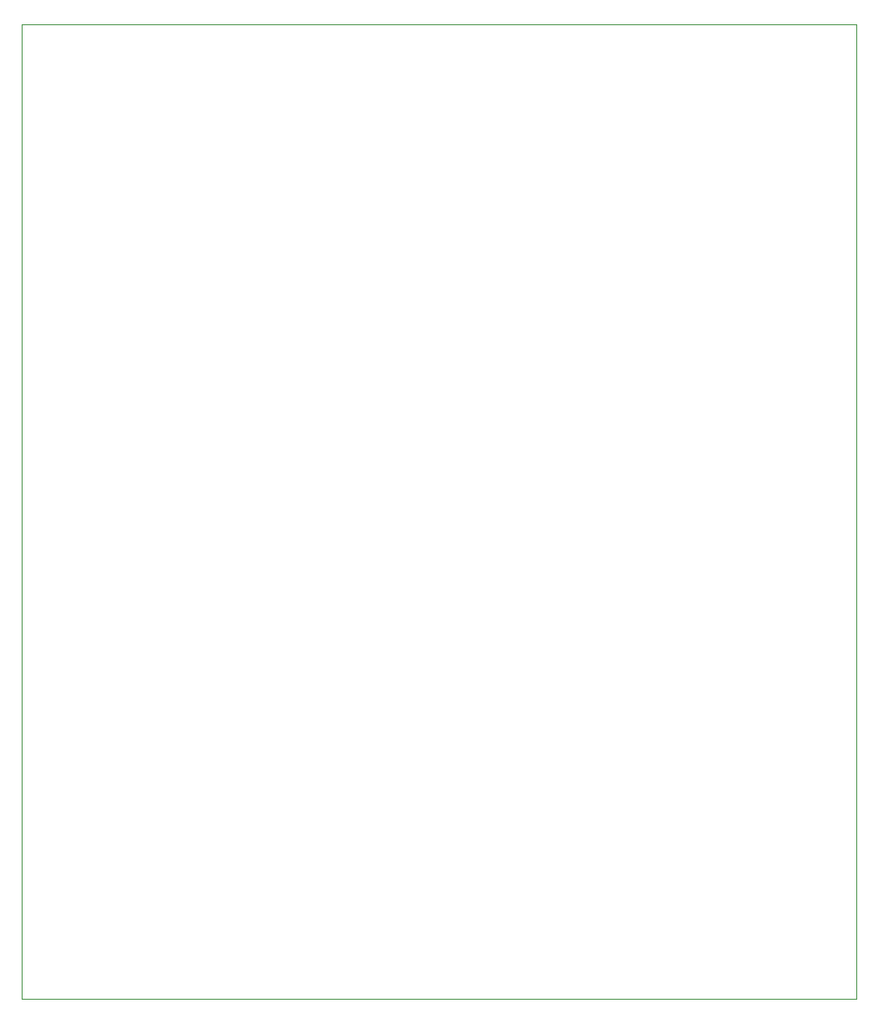
<source format=gbr>
%TF.GenerationSoftware,KiCad,Pcbnew,(5.1.9)-1*%
%TF.CreationDate,2021-04-12T11:09:12+02:00*%
%TF.ProjectId,FinalBoard,46696e61-6c42-46f6-9172-642e6b696361,v01*%
%TF.SameCoordinates,Original*%
%TF.FileFunction,Profile,NP*%
%FSLAX46Y46*%
G04 Gerber Fmt 4.6, Leading zero omitted, Abs format (unit mm)*
G04 Created by KiCad (PCBNEW (5.1.9)-1) date 2021-04-12 11:09:12*
%MOMM*%
%LPD*%
G01*
G04 APERTURE LIST*
%TA.AperFunction,Profile*%
%ADD10C,0.100000*%
%TD*%
G04 APERTURE END LIST*
D10*
X258500000Y-157500000D02*
X177000000Y-157500000D01*
X177000000Y-157500000D02*
X177000000Y-62500000D01*
X177000000Y-62500000D02*
X258500000Y-62500000D01*
X258500000Y-62500000D02*
X258500000Y-157500000D01*
M02*

</source>
